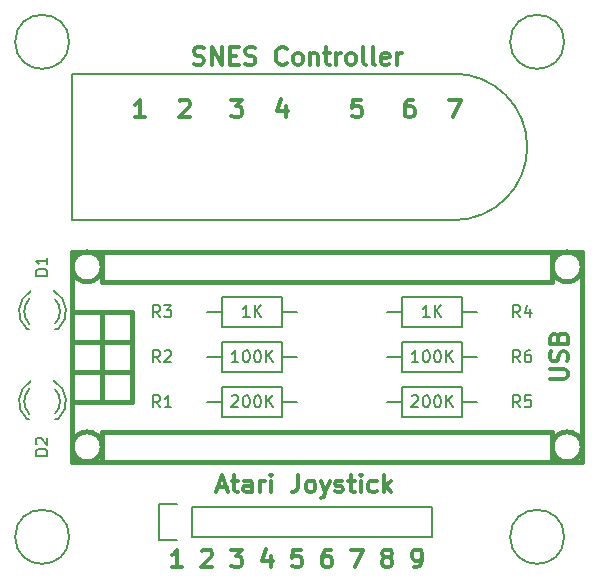
<source format=gto>
G04 #@! TF.FileFunction,Legend,Top*
%FSLAX46Y46*%
G04 Gerber Fmt 4.6, Leading zero omitted, Abs format (unit mm)*
G04 Created by KiCad (PCBNEW 4.0.5+dfsg1-4) date Fri Sep 29 16:02:04 2017*
%MOMM*%
%LPD*%
G01*
G04 APERTURE LIST*
%ADD10C,0.100000*%
%ADD11C,0.300000*%
%ADD12C,0.150000*%
%ADD13C,0.381000*%
G04 APERTURE END LIST*
D10*
D11*
X111895001Y-67123571D02*
X112895001Y-67123571D01*
X112252144Y-68623571D01*
X108870715Y-67123571D02*
X108585001Y-67123571D01*
X108442144Y-67195000D01*
X108370715Y-67266429D01*
X108227858Y-67480714D01*
X108156429Y-67766429D01*
X108156429Y-68337857D01*
X108227858Y-68480714D01*
X108299286Y-68552143D01*
X108442144Y-68623571D01*
X108727858Y-68623571D01*
X108870715Y-68552143D01*
X108942144Y-68480714D01*
X109013572Y-68337857D01*
X109013572Y-67980714D01*
X108942144Y-67837857D01*
X108870715Y-67766429D01*
X108727858Y-67695000D01*
X108442144Y-67695000D01*
X108299286Y-67766429D01*
X108227858Y-67837857D01*
X108156429Y-67980714D01*
X104497144Y-67123571D02*
X103782858Y-67123571D01*
X103711429Y-67837857D01*
X103782858Y-67766429D01*
X103925715Y-67695000D01*
X104282858Y-67695000D01*
X104425715Y-67766429D01*
X104497144Y-67837857D01*
X104568572Y-67980714D01*
X104568572Y-68337857D01*
X104497144Y-68480714D01*
X104425715Y-68552143D01*
X104282858Y-68623571D01*
X103925715Y-68623571D01*
X103782858Y-68552143D01*
X103711429Y-68480714D01*
X98075715Y-67623571D02*
X98075715Y-68623571D01*
X97718572Y-67052143D02*
X97361429Y-68123571D01*
X98290001Y-68123571D01*
X93480001Y-67123571D02*
X94408572Y-67123571D01*
X93908572Y-67695000D01*
X94122858Y-67695000D01*
X94265715Y-67766429D01*
X94337144Y-67837857D01*
X94408572Y-67980714D01*
X94408572Y-68337857D01*
X94337144Y-68480714D01*
X94265715Y-68552143D01*
X94122858Y-68623571D01*
X93694286Y-68623571D01*
X93551429Y-68552143D01*
X93480001Y-68480714D01*
X89106429Y-67266429D02*
X89177858Y-67195000D01*
X89320715Y-67123571D01*
X89677858Y-67123571D01*
X89820715Y-67195000D01*
X89892144Y-67266429D01*
X89963572Y-67409286D01*
X89963572Y-67552143D01*
X89892144Y-67766429D01*
X89035001Y-68623571D01*
X89963572Y-68623571D01*
X86153572Y-68623571D02*
X85296429Y-68623571D01*
X85725001Y-68623571D02*
X85725001Y-67123571D01*
X85582144Y-67337857D01*
X85439286Y-67480714D01*
X85296429Y-67552143D01*
X106537144Y-105866429D02*
X106394286Y-105795000D01*
X106322858Y-105723571D01*
X106251429Y-105580714D01*
X106251429Y-105509286D01*
X106322858Y-105366429D01*
X106394286Y-105295000D01*
X106537144Y-105223571D01*
X106822858Y-105223571D01*
X106965715Y-105295000D01*
X107037144Y-105366429D01*
X107108572Y-105509286D01*
X107108572Y-105580714D01*
X107037144Y-105723571D01*
X106965715Y-105795000D01*
X106822858Y-105866429D01*
X106537144Y-105866429D01*
X106394286Y-105937857D01*
X106322858Y-106009286D01*
X106251429Y-106152143D01*
X106251429Y-106437857D01*
X106322858Y-106580714D01*
X106394286Y-106652143D01*
X106537144Y-106723571D01*
X106822858Y-106723571D01*
X106965715Y-106652143D01*
X107037144Y-106580714D01*
X107108572Y-106437857D01*
X107108572Y-106152143D01*
X107037144Y-106009286D01*
X106965715Y-105937857D01*
X106822858Y-105866429D01*
X103640001Y-105223571D02*
X104640001Y-105223571D01*
X103997144Y-106723571D01*
X101885715Y-105223571D02*
X101600001Y-105223571D01*
X101457144Y-105295000D01*
X101385715Y-105366429D01*
X101242858Y-105580714D01*
X101171429Y-105866429D01*
X101171429Y-106437857D01*
X101242858Y-106580714D01*
X101314286Y-106652143D01*
X101457144Y-106723571D01*
X101742858Y-106723571D01*
X101885715Y-106652143D01*
X101957144Y-106580714D01*
X102028572Y-106437857D01*
X102028572Y-106080714D01*
X101957144Y-105937857D01*
X101885715Y-105866429D01*
X101742858Y-105795000D01*
X101457144Y-105795000D01*
X101314286Y-105866429D01*
X101242858Y-105937857D01*
X101171429Y-106080714D01*
X99417144Y-105223571D02*
X98702858Y-105223571D01*
X98631429Y-105937857D01*
X98702858Y-105866429D01*
X98845715Y-105795000D01*
X99202858Y-105795000D01*
X99345715Y-105866429D01*
X99417144Y-105937857D01*
X99488572Y-106080714D01*
X99488572Y-106437857D01*
X99417144Y-106580714D01*
X99345715Y-106652143D01*
X99202858Y-106723571D01*
X98845715Y-106723571D01*
X98702858Y-106652143D01*
X98631429Y-106580714D01*
X96805715Y-105723571D02*
X96805715Y-106723571D01*
X96448572Y-105152143D02*
X96091429Y-106223571D01*
X97020001Y-106223571D01*
X93480001Y-105223571D02*
X94408572Y-105223571D01*
X93908572Y-105795000D01*
X94122858Y-105795000D01*
X94265715Y-105866429D01*
X94337144Y-105937857D01*
X94408572Y-106080714D01*
X94408572Y-106437857D01*
X94337144Y-106580714D01*
X94265715Y-106652143D01*
X94122858Y-106723571D01*
X93694286Y-106723571D01*
X93551429Y-106652143D01*
X93480001Y-106580714D01*
X91011429Y-105366429D02*
X91082858Y-105295000D01*
X91225715Y-105223571D01*
X91582858Y-105223571D01*
X91725715Y-105295000D01*
X91797144Y-105366429D01*
X91868572Y-105509286D01*
X91868572Y-105652143D01*
X91797144Y-105866429D01*
X90940001Y-106723571D01*
X91868572Y-106723571D01*
X108934286Y-106723571D02*
X109220001Y-106723571D01*
X109362858Y-106652143D01*
X109434286Y-106580714D01*
X109577144Y-106366429D01*
X109648572Y-106080714D01*
X109648572Y-105509286D01*
X109577144Y-105366429D01*
X109505715Y-105295000D01*
X109362858Y-105223571D01*
X109077144Y-105223571D01*
X108934286Y-105295000D01*
X108862858Y-105366429D01*
X108791429Y-105509286D01*
X108791429Y-105866429D01*
X108862858Y-106009286D01*
X108934286Y-106080714D01*
X109077144Y-106152143D01*
X109362858Y-106152143D01*
X109505715Y-106080714D01*
X109577144Y-106009286D01*
X109648572Y-105866429D01*
X89328572Y-106723571D02*
X88471429Y-106723571D01*
X88900001Y-106723571D02*
X88900001Y-105223571D01*
X88757144Y-105437857D01*
X88614286Y-105580714D01*
X88471429Y-105652143D01*
X92373571Y-99945000D02*
X93087857Y-99945000D01*
X92230714Y-100373571D02*
X92730714Y-98873571D01*
X93230714Y-100373571D01*
X93516428Y-99373571D02*
X94087857Y-99373571D01*
X93730714Y-98873571D02*
X93730714Y-100159286D01*
X93802142Y-100302143D01*
X93945000Y-100373571D01*
X94087857Y-100373571D01*
X95230714Y-100373571D02*
X95230714Y-99587857D01*
X95159285Y-99445000D01*
X95016428Y-99373571D01*
X94730714Y-99373571D01*
X94587857Y-99445000D01*
X95230714Y-100302143D02*
X95087857Y-100373571D01*
X94730714Y-100373571D01*
X94587857Y-100302143D01*
X94516428Y-100159286D01*
X94516428Y-100016429D01*
X94587857Y-99873571D01*
X94730714Y-99802143D01*
X95087857Y-99802143D01*
X95230714Y-99730714D01*
X95945000Y-100373571D02*
X95945000Y-99373571D01*
X95945000Y-99659286D02*
X96016428Y-99516429D01*
X96087857Y-99445000D01*
X96230714Y-99373571D01*
X96373571Y-99373571D01*
X96873571Y-100373571D02*
X96873571Y-99373571D01*
X96873571Y-98873571D02*
X96802142Y-98945000D01*
X96873571Y-99016429D01*
X96944999Y-98945000D01*
X96873571Y-98873571D01*
X96873571Y-99016429D01*
X99159285Y-98873571D02*
X99159285Y-99945000D01*
X99087857Y-100159286D01*
X98945000Y-100302143D01*
X98730714Y-100373571D01*
X98587857Y-100373571D01*
X100087857Y-100373571D02*
X99944999Y-100302143D01*
X99873571Y-100230714D01*
X99802142Y-100087857D01*
X99802142Y-99659286D01*
X99873571Y-99516429D01*
X99944999Y-99445000D01*
X100087857Y-99373571D01*
X100302142Y-99373571D01*
X100444999Y-99445000D01*
X100516428Y-99516429D01*
X100587857Y-99659286D01*
X100587857Y-100087857D01*
X100516428Y-100230714D01*
X100444999Y-100302143D01*
X100302142Y-100373571D01*
X100087857Y-100373571D01*
X101087857Y-99373571D02*
X101445000Y-100373571D01*
X101802142Y-99373571D02*
X101445000Y-100373571D01*
X101302142Y-100730714D01*
X101230714Y-100802143D01*
X101087857Y-100873571D01*
X102302142Y-100302143D02*
X102444999Y-100373571D01*
X102730714Y-100373571D01*
X102873571Y-100302143D01*
X102944999Y-100159286D01*
X102944999Y-100087857D01*
X102873571Y-99945000D01*
X102730714Y-99873571D01*
X102516428Y-99873571D01*
X102373571Y-99802143D01*
X102302142Y-99659286D01*
X102302142Y-99587857D01*
X102373571Y-99445000D01*
X102516428Y-99373571D01*
X102730714Y-99373571D01*
X102873571Y-99445000D01*
X103373571Y-99373571D02*
X103945000Y-99373571D01*
X103587857Y-98873571D02*
X103587857Y-100159286D01*
X103659285Y-100302143D01*
X103802143Y-100373571D01*
X103945000Y-100373571D01*
X104445000Y-100373571D02*
X104445000Y-99373571D01*
X104445000Y-98873571D02*
X104373571Y-98945000D01*
X104445000Y-99016429D01*
X104516428Y-98945000D01*
X104445000Y-98873571D01*
X104445000Y-99016429D01*
X105802143Y-100302143D02*
X105659286Y-100373571D01*
X105373572Y-100373571D01*
X105230714Y-100302143D01*
X105159286Y-100230714D01*
X105087857Y-100087857D01*
X105087857Y-99659286D01*
X105159286Y-99516429D01*
X105230714Y-99445000D01*
X105373572Y-99373571D01*
X105659286Y-99373571D01*
X105802143Y-99445000D01*
X106445000Y-100373571D02*
X106445000Y-98873571D01*
X106587857Y-99802143D02*
X107016428Y-100373571D01*
X107016428Y-99373571D02*
X106445000Y-99945000D01*
X90310001Y-64107143D02*
X90524287Y-64178571D01*
X90881430Y-64178571D01*
X91024287Y-64107143D01*
X91095716Y-64035714D01*
X91167144Y-63892857D01*
X91167144Y-63750000D01*
X91095716Y-63607143D01*
X91024287Y-63535714D01*
X90881430Y-63464286D01*
X90595716Y-63392857D01*
X90452858Y-63321429D01*
X90381430Y-63250000D01*
X90310001Y-63107143D01*
X90310001Y-62964286D01*
X90381430Y-62821429D01*
X90452858Y-62750000D01*
X90595716Y-62678571D01*
X90952858Y-62678571D01*
X91167144Y-62750000D01*
X91810001Y-64178571D02*
X91810001Y-62678571D01*
X92667144Y-64178571D01*
X92667144Y-62678571D01*
X93381430Y-63392857D02*
X93881430Y-63392857D01*
X94095716Y-64178571D02*
X93381430Y-64178571D01*
X93381430Y-62678571D01*
X94095716Y-62678571D01*
X94667144Y-64107143D02*
X94881430Y-64178571D01*
X95238573Y-64178571D01*
X95381430Y-64107143D01*
X95452859Y-64035714D01*
X95524287Y-63892857D01*
X95524287Y-63750000D01*
X95452859Y-63607143D01*
X95381430Y-63535714D01*
X95238573Y-63464286D01*
X94952859Y-63392857D01*
X94810001Y-63321429D01*
X94738573Y-63250000D01*
X94667144Y-63107143D01*
X94667144Y-62964286D01*
X94738573Y-62821429D01*
X94810001Y-62750000D01*
X94952859Y-62678571D01*
X95310001Y-62678571D01*
X95524287Y-62750000D01*
X98167144Y-64035714D02*
X98095715Y-64107143D01*
X97881429Y-64178571D01*
X97738572Y-64178571D01*
X97524287Y-64107143D01*
X97381429Y-63964286D01*
X97310001Y-63821429D01*
X97238572Y-63535714D01*
X97238572Y-63321429D01*
X97310001Y-63035714D01*
X97381429Y-62892857D01*
X97524287Y-62750000D01*
X97738572Y-62678571D01*
X97881429Y-62678571D01*
X98095715Y-62750000D01*
X98167144Y-62821429D01*
X99024287Y-64178571D02*
X98881429Y-64107143D01*
X98810001Y-64035714D01*
X98738572Y-63892857D01*
X98738572Y-63464286D01*
X98810001Y-63321429D01*
X98881429Y-63250000D01*
X99024287Y-63178571D01*
X99238572Y-63178571D01*
X99381429Y-63250000D01*
X99452858Y-63321429D01*
X99524287Y-63464286D01*
X99524287Y-63892857D01*
X99452858Y-64035714D01*
X99381429Y-64107143D01*
X99238572Y-64178571D01*
X99024287Y-64178571D01*
X100167144Y-63178571D02*
X100167144Y-64178571D01*
X100167144Y-63321429D02*
X100238572Y-63250000D01*
X100381430Y-63178571D01*
X100595715Y-63178571D01*
X100738572Y-63250000D01*
X100810001Y-63392857D01*
X100810001Y-64178571D01*
X101310001Y-63178571D02*
X101881430Y-63178571D01*
X101524287Y-62678571D02*
X101524287Y-63964286D01*
X101595715Y-64107143D01*
X101738573Y-64178571D01*
X101881430Y-64178571D01*
X102381430Y-64178571D02*
X102381430Y-63178571D01*
X102381430Y-63464286D02*
X102452858Y-63321429D01*
X102524287Y-63250000D01*
X102667144Y-63178571D01*
X102810001Y-63178571D01*
X103524287Y-64178571D02*
X103381429Y-64107143D01*
X103310001Y-64035714D01*
X103238572Y-63892857D01*
X103238572Y-63464286D01*
X103310001Y-63321429D01*
X103381429Y-63250000D01*
X103524287Y-63178571D01*
X103738572Y-63178571D01*
X103881429Y-63250000D01*
X103952858Y-63321429D01*
X104024287Y-63464286D01*
X104024287Y-63892857D01*
X103952858Y-64035714D01*
X103881429Y-64107143D01*
X103738572Y-64178571D01*
X103524287Y-64178571D01*
X104881430Y-64178571D02*
X104738572Y-64107143D01*
X104667144Y-63964286D01*
X104667144Y-62678571D01*
X105667144Y-64178571D02*
X105524286Y-64107143D01*
X105452858Y-63964286D01*
X105452858Y-62678571D01*
X106810000Y-64107143D02*
X106667143Y-64178571D01*
X106381429Y-64178571D01*
X106238572Y-64107143D01*
X106167143Y-63964286D01*
X106167143Y-63392857D01*
X106238572Y-63250000D01*
X106381429Y-63178571D01*
X106667143Y-63178571D01*
X106810000Y-63250000D01*
X106881429Y-63392857D01*
X106881429Y-63535714D01*
X106167143Y-63678571D01*
X107524286Y-64178571D02*
X107524286Y-63178571D01*
X107524286Y-63464286D02*
X107595714Y-63321429D01*
X107667143Y-63250000D01*
X107810000Y-63178571D01*
X107952857Y-63178571D01*
X120463571Y-90792857D02*
X121677857Y-90792857D01*
X121820714Y-90721429D01*
X121892143Y-90650000D01*
X121963571Y-90507143D01*
X121963571Y-90221429D01*
X121892143Y-90078571D01*
X121820714Y-90007143D01*
X121677857Y-89935714D01*
X120463571Y-89935714D01*
X121892143Y-89292857D02*
X121963571Y-89078571D01*
X121963571Y-88721428D01*
X121892143Y-88578571D01*
X121820714Y-88507142D01*
X121677857Y-88435714D01*
X121535000Y-88435714D01*
X121392143Y-88507142D01*
X121320714Y-88578571D01*
X121249286Y-88721428D01*
X121177857Y-89007142D01*
X121106429Y-89150000D01*
X121035000Y-89221428D01*
X120892143Y-89292857D01*
X120749286Y-89292857D01*
X120606429Y-89221428D01*
X120535000Y-89150000D01*
X120463571Y-89007142D01*
X120463571Y-88650000D01*
X120535000Y-88435714D01*
X121177857Y-87292857D02*
X121249286Y-87078571D01*
X121320714Y-87007143D01*
X121463571Y-86935714D01*
X121677857Y-86935714D01*
X121820714Y-87007143D01*
X121892143Y-87078571D01*
X121963571Y-87221429D01*
X121963571Y-87792857D01*
X120463571Y-87792857D01*
X120463571Y-87292857D01*
X120535000Y-87150000D01*
X120606429Y-87078571D01*
X120749286Y-87007143D01*
X120892143Y-87007143D01*
X121035000Y-87078571D01*
X121106429Y-87150000D01*
X121177857Y-87292857D01*
X121177857Y-87792857D01*
D12*
X121666000Y-62230000D02*
G75*
G03X121666000Y-62230000I-2286000J0D01*
G01*
X79756000Y-62230000D02*
G75*
G03X79756000Y-62230000I-2286000J0D01*
G01*
X79756000Y-104140000D02*
G75*
G03X79756000Y-104140000I-2286000J0D01*
G01*
D13*
X85090000Y-87630000D02*
X80010000Y-87630000D01*
X85090000Y-90170000D02*
X80010000Y-90170000D01*
X82550000Y-85090000D02*
X82550000Y-92710000D01*
X80010000Y-85090000D02*
X85090000Y-85090000D01*
X85090000Y-85090000D02*
X85090000Y-92710000D01*
X85090000Y-92710000D02*
X80010000Y-92710000D01*
X123190000Y-80010000D02*
X80010000Y-80010000D01*
X80010000Y-97790000D02*
X123190000Y-97790000D01*
X80010000Y-97790000D02*
X80010000Y-80010000D01*
X123190000Y-97790000D02*
X123190000Y-80010000D01*
X82550000Y-81280000D02*
G75*
G03X82550000Y-81280000I-1270000J0D01*
G01*
X82550000Y-96520000D02*
G75*
G03X82550000Y-96520000I-1270000J0D01*
G01*
X123190000Y-81280000D02*
G75*
G03X123190000Y-81280000I-1270000J0D01*
G01*
X123190000Y-96520000D02*
G75*
G03X123190000Y-96520000I-1270000J0D01*
G01*
X120650000Y-82550000D02*
X82550000Y-82550000D01*
X82550000Y-95250000D02*
X120650000Y-95250000D01*
X120650000Y-97790000D02*
X120650000Y-95250000D01*
X120650000Y-82550000D02*
X120650000Y-80010000D01*
X82550000Y-80010000D02*
X82550000Y-82550000D01*
X82550000Y-97790000D02*
X82550000Y-95250000D01*
D12*
X90170000Y-101600000D02*
X110490000Y-101600000D01*
X110490000Y-101600000D02*
X110490000Y-104140000D01*
X110490000Y-104140000D02*
X90170000Y-104140000D01*
X87350000Y-101320000D02*
X88900000Y-101320000D01*
X90170000Y-101600000D02*
X90170000Y-104140000D01*
X88900000Y-104420000D02*
X87350000Y-104420000D01*
X87350000Y-104420000D02*
X87350000Y-101320000D01*
X79990000Y-77320000D02*
X112390000Y-77320000D01*
X79990000Y-64920000D02*
X112290000Y-64920000D01*
X112340000Y-77320000D02*
G75*
G03X118540000Y-71120000I0J6200000D01*
G01*
X118540000Y-71120000D02*
G75*
G03X112340000Y-64920000I-6200000J0D01*
G01*
X79990000Y-77320000D02*
X79990000Y-64920000D01*
X92710000Y-91440000D02*
X97790000Y-91440000D01*
X97790000Y-91440000D02*
X97790000Y-93980000D01*
X97790000Y-93980000D02*
X92710000Y-93980000D01*
X92710000Y-93980000D02*
X92710000Y-91440000D01*
X92710000Y-92710000D02*
X91440000Y-92710000D01*
X97790000Y-92710000D02*
X99060000Y-92710000D01*
X92710000Y-87630000D02*
X97790000Y-87630000D01*
X97790000Y-87630000D02*
X97790000Y-90170000D01*
X97790000Y-90170000D02*
X92710000Y-90170000D01*
X92710000Y-90170000D02*
X92710000Y-87630000D01*
X92710000Y-88900000D02*
X91440000Y-88900000D01*
X97790000Y-88900000D02*
X99060000Y-88900000D01*
X107950000Y-91440000D02*
X113030000Y-91440000D01*
X113030000Y-91440000D02*
X113030000Y-93980000D01*
X113030000Y-93980000D02*
X107950000Y-93980000D01*
X107950000Y-93980000D02*
X107950000Y-91440000D01*
X107950000Y-92710000D02*
X106680000Y-92710000D01*
X113030000Y-92710000D02*
X114300000Y-92710000D01*
X107950000Y-87630000D02*
X113030000Y-87630000D01*
X113030000Y-87630000D02*
X113030000Y-90170000D01*
X113030000Y-90170000D02*
X107950000Y-90170000D01*
X107950000Y-90170000D02*
X107950000Y-87630000D01*
X107950000Y-88900000D02*
X106680000Y-88900000D01*
X113030000Y-88900000D02*
X114300000Y-88900000D01*
X121666000Y-104140000D02*
G75*
G03X121666000Y-104140000I-2286000J0D01*
G01*
X97790000Y-86360000D02*
X92710000Y-86360000D01*
X92710000Y-86360000D02*
X92710000Y-83820000D01*
X92710000Y-83820000D02*
X97790000Y-83820000D01*
X97790000Y-83820000D02*
X97790000Y-86360000D01*
X97790000Y-85090000D02*
X99060000Y-85090000D01*
X92710000Y-85090000D02*
X91440000Y-85090000D01*
X107950000Y-83820000D02*
X113030000Y-83820000D01*
X113030000Y-83820000D02*
X113030000Y-86360000D01*
X113030000Y-86360000D02*
X107950000Y-86360000D01*
X107950000Y-86360000D02*
X107950000Y-83820000D01*
X107950000Y-85090000D02*
X106680000Y-85090000D01*
X113030000Y-85090000D02*
X114300000Y-85090000D01*
X78784000Y-86559000D02*
X78584000Y-86559000D01*
X76190000Y-86559000D02*
X76370000Y-86559000D01*
X76500357Y-83331256D02*
G75*
G03X76184000Y-86559000I1003643J-1727744D01*
G01*
X76370932Y-84006994D02*
G75*
G03X76370000Y-86110000I1133068J-1052006D01*
G01*
X78810726Y-86546220D02*
G75*
G03X78464000Y-83309000I-1306726J1497220D01*
G01*
X78583253Y-86072889D02*
G75*
G03X78564000Y-84025000I-1079253J1013889D01*
G01*
X78784000Y-94179000D02*
X78584000Y-94179000D01*
X76190000Y-94179000D02*
X76370000Y-94179000D01*
X76500357Y-90951256D02*
G75*
G03X76184000Y-94179000I1003643J-1727744D01*
G01*
X76370932Y-91626994D02*
G75*
G03X76370000Y-93730000I1133068J-1052006D01*
G01*
X78810726Y-94166220D02*
G75*
G03X78464000Y-90929000I-1306726J1497220D01*
G01*
X78583253Y-93692889D02*
G75*
G03X78564000Y-91645000I-1079253J1013889D01*
G01*
X87463334Y-93162381D02*
X87130000Y-92686190D01*
X86891905Y-93162381D02*
X86891905Y-92162381D01*
X87272858Y-92162381D01*
X87368096Y-92210000D01*
X87415715Y-92257619D01*
X87463334Y-92352857D01*
X87463334Y-92495714D01*
X87415715Y-92590952D01*
X87368096Y-92638571D01*
X87272858Y-92686190D01*
X86891905Y-92686190D01*
X88415715Y-93162381D02*
X87844286Y-93162381D01*
X88130000Y-93162381D02*
X88130000Y-92162381D01*
X88034762Y-92305238D01*
X87939524Y-92400476D01*
X87844286Y-92448095D01*
X93511905Y-92257619D02*
X93559524Y-92210000D01*
X93654762Y-92162381D01*
X93892858Y-92162381D01*
X93988096Y-92210000D01*
X94035715Y-92257619D01*
X94083334Y-92352857D01*
X94083334Y-92448095D01*
X94035715Y-92590952D01*
X93464286Y-93162381D01*
X94083334Y-93162381D01*
X94702381Y-92162381D02*
X94797620Y-92162381D01*
X94892858Y-92210000D01*
X94940477Y-92257619D01*
X94988096Y-92352857D01*
X95035715Y-92543333D01*
X95035715Y-92781429D01*
X94988096Y-92971905D01*
X94940477Y-93067143D01*
X94892858Y-93114762D01*
X94797620Y-93162381D01*
X94702381Y-93162381D01*
X94607143Y-93114762D01*
X94559524Y-93067143D01*
X94511905Y-92971905D01*
X94464286Y-92781429D01*
X94464286Y-92543333D01*
X94511905Y-92352857D01*
X94559524Y-92257619D01*
X94607143Y-92210000D01*
X94702381Y-92162381D01*
X95654762Y-92162381D02*
X95750001Y-92162381D01*
X95845239Y-92210000D01*
X95892858Y-92257619D01*
X95940477Y-92352857D01*
X95988096Y-92543333D01*
X95988096Y-92781429D01*
X95940477Y-92971905D01*
X95892858Y-93067143D01*
X95845239Y-93114762D01*
X95750001Y-93162381D01*
X95654762Y-93162381D01*
X95559524Y-93114762D01*
X95511905Y-93067143D01*
X95464286Y-92971905D01*
X95416667Y-92781429D01*
X95416667Y-92543333D01*
X95464286Y-92352857D01*
X95511905Y-92257619D01*
X95559524Y-92210000D01*
X95654762Y-92162381D01*
X96416667Y-93162381D02*
X96416667Y-92162381D01*
X96988096Y-93162381D02*
X96559524Y-92590952D01*
X96988096Y-92162381D02*
X96416667Y-92733810D01*
X87463334Y-89352381D02*
X87130000Y-88876190D01*
X86891905Y-89352381D02*
X86891905Y-88352381D01*
X87272858Y-88352381D01*
X87368096Y-88400000D01*
X87415715Y-88447619D01*
X87463334Y-88542857D01*
X87463334Y-88685714D01*
X87415715Y-88780952D01*
X87368096Y-88828571D01*
X87272858Y-88876190D01*
X86891905Y-88876190D01*
X87844286Y-88447619D02*
X87891905Y-88400000D01*
X87987143Y-88352381D01*
X88225239Y-88352381D01*
X88320477Y-88400000D01*
X88368096Y-88447619D01*
X88415715Y-88542857D01*
X88415715Y-88638095D01*
X88368096Y-88780952D01*
X87796667Y-89352381D01*
X88415715Y-89352381D01*
X94083334Y-89352381D02*
X93511905Y-89352381D01*
X93797619Y-89352381D02*
X93797619Y-88352381D01*
X93702381Y-88495238D01*
X93607143Y-88590476D01*
X93511905Y-88638095D01*
X94702381Y-88352381D02*
X94797620Y-88352381D01*
X94892858Y-88400000D01*
X94940477Y-88447619D01*
X94988096Y-88542857D01*
X95035715Y-88733333D01*
X95035715Y-88971429D01*
X94988096Y-89161905D01*
X94940477Y-89257143D01*
X94892858Y-89304762D01*
X94797620Y-89352381D01*
X94702381Y-89352381D01*
X94607143Y-89304762D01*
X94559524Y-89257143D01*
X94511905Y-89161905D01*
X94464286Y-88971429D01*
X94464286Y-88733333D01*
X94511905Y-88542857D01*
X94559524Y-88447619D01*
X94607143Y-88400000D01*
X94702381Y-88352381D01*
X95654762Y-88352381D02*
X95750001Y-88352381D01*
X95845239Y-88400000D01*
X95892858Y-88447619D01*
X95940477Y-88542857D01*
X95988096Y-88733333D01*
X95988096Y-88971429D01*
X95940477Y-89161905D01*
X95892858Y-89257143D01*
X95845239Y-89304762D01*
X95750001Y-89352381D01*
X95654762Y-89352381D01*
X95559524Y-89304762D01*
X95511905Y-89257143D01*
X95464286Y-89161905D01*
X95416667Y-88971429D01*
X95416667Y-88733333D01*
X95464286Y-88542857D01*
X95511905Y-88447619D01*
X95559524Y-88400000D01*
X95654762Y-88352381D01*
X96416667Y-89352381D02*
X96416667Y-88352381D01*
X96988096Y-89352381D02*
X96559524Y-88780952D01*
X96988096Y-88352381D02*
X96416667Y-88923810D01*
X117943334Y-93162381D02*
X117610000Y-92686190D01*
X117371905Y-93162381D02*
X117371905Y-92162381D01*
X117752858Y-92162381D01*
X117848096Y-92210000D01*
X117895715Y-92257619D01*
X117943334Y-92352857D01*
X117943334Y-92495714D01*
X117895715Y-92590952D01*
X117848096Y-92638571D01*
X117752858Y-92686190D01*
X117371905Y-92686190D01*
X118848096Y-92162381D02*
X118371905Y-92162381D01*
X118324286Y-92638571D01*
X118371905Y-92590952D01*
X118467143Y-92543333D01*
X118705239Y-92543333D01*
X118800477Y-92590952D01*
X118848096Y-92638571D01*
X118895715Y-92733810D01*
X118895715Y-92971905D01*
X118848096Y-93067143D01*
X118800477Y-93114762D01*
X118705239Y-93162381D01*
X118467143Y-93162381D01*
X118371905Y-93114762D01*
X118324286Y-93067143D01*
X108751905Y-92257619D02*
X108799524Y-92210000D01*
X108894762Y-92162381D01*
X109132858Y-92162381D01*
X109228096Y-92210000D01*
X109275715Y-92257619D01*
X109323334Y-92352857D01*
X109323334Y-92448095D01*
X109275715Y-92590952D01*
X108704286Y-93162381D01*
X109323334Y-93162381D01*
X109942381Y-92162381D02*
X110037620Y-92162381D01*
X110132858Y-92210000D01*
X110180477Y-92257619D01*
X110228096Y-92352857D01*
X110275715Y-92543333D01*
X110275715Y-92781429D01*
X110228096Y-92971905D01*
X110180477Y-93067143D01*
X110132858Y-93114762D01*
X110037620Y-93162381D01*
X109942381Y-93162381D01*
X109847143Y-93114762D01*
X109799524Y-93067143D01*
X109751905Y-92971905D01*
X109704286Y-92781429D01*
X109704286Y-92543333D01*
X109751905Y-92352857D01*
X109799524Y-92257619D01*
X109847143Y-92210000D01*
X109942381Y-92162381D01*
X110894762Y-92162381D02*
X110990001Y-92162381D01*
X111085239Y-92210000D01*
X111132858Y-92257619D01*
X111180477Y-92352857D01*
X111228096Y-92543333D01*
X111228096Y-92781429D01*
X111180477Y-92971905D01*
X111132858Y-93067143D01*
X111085239Y-93114762D01*
X110990001Y-93162381D01*
X110894762Y-93162381D01*
X110799524Y-93114762D01*
X110751905Y-93067143D01*
X110704286Y-92971905D01*
X110656667Y-92781429D01*
X110656667Y-92543333D01*
X110704286Y-92352857D01*
X110751905Y-92257619D01*
X110799524Y-92210000D01*
X110894762Y-92162381D01*
X111656667Y-93162381D02*
X111656667Y-92162381D01*
X112228096Y-93162381D02*
X111799524Y-92590952D01*
X112228096Y-92162381D02*
X111656667Y-92733810D01*
X117943334Y-89352381D02*
X117610000Y-88876190D01*
X117371905Y-89352381D02*
X117371905Y-88352381D01*
X117752858Y-88352381D01*
X117848096Y-88400000D01*
X117895715Y-88447619D01*
X117943334Y-88542857D01*
X117943334Y-88685714D01*
X117895715Y-88780952D01*
X117848096Y-88828571D01*
X117752858Y-88876190D01*
X117371905Y-88876190D01*
X118800477Y-88352381D02*
X118610000Y-88352381D01*
X118514762Y-88400000D01*
X118467143Y-88447619D01*
X118371905Y-88590476D01*
X118324286Y-88780952D01*
X118324286Y-89161905D01*
X118371905Y-89257143D01*
X118419524Y-89304762D01*
X118514762Y-89352381D01*
X118705239Y-89352381D01*
X118800477Y-89304762D01*
X118848096Y-89257143D01*
X118895715Y-89161905D01*
X118895715Y-88923810D01*
X118848096Y-88828571D01*
X118800477Y-88780952D01*
X118705239Y-88733333D01*
X118514762Y-88733333D01*
X118419524Y-88780952D01*
X118371905Y-88828571D01*
X118324286Y-88923810D01*
X109323334Y-89352381D02*
X108751905Y-89352381D01*
X109037619Y-89352381D02*
X109037619Y-88352381D01*
X108942381Y-88495238D01*
X108847143Y-88590476D01*
X108751905Y-88638095D01*
X109942381Y-88352381D02*
X110037620Y-88352381D01*
X110132858Y-88400000D01*
X110180477Y-88447619D01*
X110228096Y-88542857D01*
X110275715Y-88733333D01*
X110275715Y-88971429D01*
X110228096Y-89161905D01*
X110180477Y-89257143D01*
X110132858Y-89304762D01*
X110037620Y-89352381D01*
X109942381Y-89352381D01*
X109847143Y-89304762D01*
X109799524Y-89257143D01*
X109751905Y-89161905D01*
X109704286Y-88971429D01*
X109704286Y-88733333D01*
X109751905Y-88542857D01*
X109799524Y-88447619D01*
X109847143Y-88400000D01*
X109942381Y-88352381D01*
X110894762Y-88352381D02*
X110990001Y-88352381D01*
X111085239Y-88400000D01*
X111132858Y-88447619D01*
X111180477Y-88542857D01*
X111228096Y-88733333D01*
X111228096Y-88971429D01*
X111180477Y-89161905D01*
X111132858Y-89257143D01*
X111085239Y-89304762D01*
X110990001Y-89352381D01*
X110894762Y-89352381D01*
X110799524Y-89304762D01*
X110751905Y-89257143D01*
X110704286Y-89161905D01*
X110656667Y-88971429D01*
X110656667Y-88733333D01*
X110704286Y-88542857D01*
X110751905Y-88447619D01*
X110799524Y-88400000D01*
X110894762Y-88352381D01*
X111656667Y-89352381D02*
X111656667Y-88352381D01*
X112228096Y-89352381D02*
X111799524Y-88780952D01*
X112228096Y-88352381D02*
X111656667Y-88923810D01*
X87463334Y-85542381D02*
X87130000Y-85066190D01*
X86891905Y-85542381D02*
X86891905Y-84542381D01*
X87272858Y-84542381D01*
X87368096Y-84590000D01*
X87415715Y-84637619D01*
X87463334Y-84732857D01*
X87463334Y-84875714D01*
X87415715Y-84970952D01*
X87368096Y-85018571D01*
X87272858Y-85066190D01*
X86891905Y-85066190D01*
X87796667Y-84542381D02*
X88415715Y-84542381D01*
X88082381Y-84923333D01*
X88225239Y-84923333D01*
X88320477Y-84970952D01*
X88368096Y-85018571D01*
X88415715Y-85113810D01*
X88415715Y-85351905D01*
X88368096Y-85447143D01*
X88320477Y-85494762D01*
X88225239Y-85542381D01*
X87939524Y-85542381D01*
X87844286Y-85494762D01*
X87796667Y-85447143D01*
X95035715Y-85542381D02*
X94464286Y-85542381D01*
X94750000Y-85542381D02*
X94750000Y-84542381D01*
X94654762Y-84685238D01*
X94559524Y-84780476D01*
X94464286Y-84828095D01*
X95464286Y-85542381D02*
X95464286Y-84542381D01*
X96035715Y-85542381D02*
X95607143Y-84970952D01*
X96035715Y-84542381D02*
X95464286Y-85113810D01*
X117943334Y-85542381D02*
X117610000Y-85066190D01*
X117371905Y-85542381D02*
X117371905Y-84542381D01*
X117752858Y-84542381D01*
X117848096Y-84590000D01*
X117895715Y-84637619D01*
X117943334Y-84732857D01*
X117943334Y-84875714D01*
X117895715Y-84970952D01*
X117848096Y-85018571D01*
X117752858Y-85066190D01*
X117371905Y-85066190D01*
X118800477Y-84875714D02*
X118800477Y-85542381D01*
X118562381Y-84494762D02*
X118324286Y-85209048D01*
X118943334Y-85209048D01*
X110275715Y-85542381D02*
X109704286Y-85542381D01*
X109990000Y-85542381D02*
X109990000Y-84542381D01*
X109894762Y-84685238D01*
X109799524Y-84780476D01*
X109704286Y-84828095D01*
X110704286Y-85542381D02*
X110704286Y-84542381D01*
X111275715Y-85542381D02*
X110847143Y-84970952D01*
X111275715Y-84542381D02*
X110704286Y-85113810D01*
X77922381Y-82018095D02*
X76922381Y-82018095D01*
X76922381Y-81780000D01*
X76970000Y-81637142D01*
X77065238Y-81541904D01*
X77160476Y-81494285D01*
X77350952Y-81446666D01*
X77493810Y-81446666D01*
X77684286Y-81494285D01*
X77779524Y-81541904D01*
X77874762Y-81637142D01*
X77922381Y-81780000D01*
X77922381Y-82018095D01*
X77922381Y-80494285D02*
X77922381Y-81065714D01*
X77922381Y-80780000D02*
X76922381Y-80780000D01*
X77065238Y-80875238D01*
X77160476Y-80970476D01*
X77208095Y-81065714D01*
X77922381Y-97258095D02*
X76922381Y-97258095D01*
X76922381Y-97020000D01*
X76970000Y-96877142D01*
X77065238Y-96781904D01*
X77160476Y-96734285D01*
X77350952Y-96686666D01*
X77493810Y-96686666D01*
X77684286Y-96734285D01*
X77779524Y-96781904D01*
X77874762Y-96877142D01*
X77922381Y-97020000D01*
X77922381Y-97258095D01*
X77017619Y-96305714D02*
X76970000Y-96258095D01*
X76922381Y-96162857D01*
X76922381Y-95924761D01*
X76970000Y-95829523D01*
X77017619Y-95781904D01*
X77112857Y-95734285D01*
X77208095Y-95734285D01*
X77350952Y-95781904D01*
X77922381Y-96353333D01*
X77922381Y-95734285D01*
M02*

</source>
